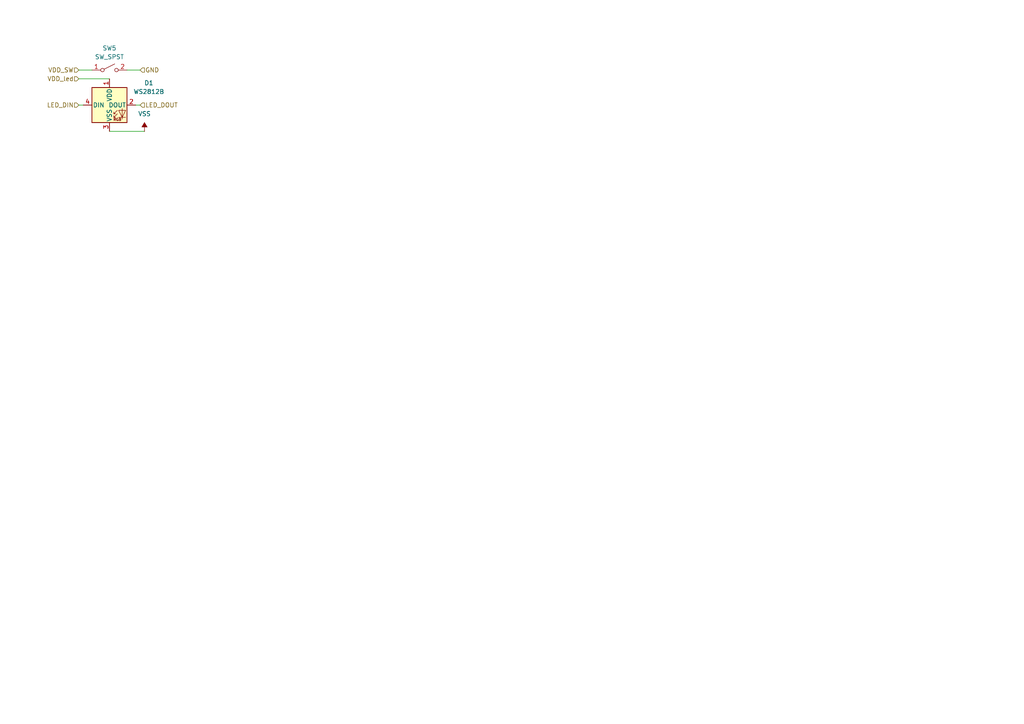
<source format=kicad_sch>
(kicad_sch (version 20250114) (generator "eeschema") (generator_version "9.0")
  (paper "A4")
  (title_block (title "Keyboard switch") (date "2025-09-03"))
  (lib_symbols
    (symbol "LED:WS2812B" (pin_names (offset 0.254))
      (property "Reference" "D" (at 5.08 5.715 0))
      (property "Value" "WS2812B" (at 1.27 -5.715 0))
      (symbol "WS2812B_0_0"
        (text "RGB" (at 2.286 -4.191 0) (effects (font (size 0.762 0.762))))
      )
      (symbol "WS2812B_0_1"
        (polyline (pts (xy 1.27 -2.54) (xy 1.778 -2.54)))
        (polyline (pts (xy 1.27 -3.556) (xy 1.778 -3.556)))
        (polyline (pts (xy 2.286 -1.524) (xy 1.27 -2.54) (xy 1.27 -2.032)))
        (polyline (pts (xy 2.286 -2.54) (xy 1.27 -3.556) (xy 1.27 -3.048)))
        (polyline (pts (xy 3.683 -1.016) (xy 3.683 -3.556) (xy 3.683 -4.064)))
        (polyline (pts (xy 4.699 -1.524) (xy 2.667 -1.524) (xy 3.683 -3.556) (xy 4.699 -1.524)))
        (polyline (pts (xy 4.699 -3.556) (xy 2.667 -3.556)))
        (rectangle (start 5.08 5.08) (end -5.08 -5.08) (stroke (width 0.254)) (fill (type background)))
      )
      (symbol "WS2812B_1_1"
        (pin input line (at -7.62 0 0) (length 2.54) (name "DIN") (number "4"))
        (pin power_in line (at 0 7.62 270) (length 2.54) (name "VDD") (number "1"))
        (pin power_in line (at 0 -7.62 90) (length 2.54) (name "VSS") (number "3"))
        (pin output line (at 7.62 0 180) (length 2.54) (name "DOUT") (number "2"))
      )
    )
    (symbol "Switch:SW_SPST" (pin_names (offset 0) (hide yes))
      (property "Reference" "SW" (at 0 3.175 0))
      (property "Value" "SW_SPST" (at 0 -2.54 0))
      (symbol "SW_SPST_0_0"
        (circle (center -2.032 0) (radius 0.508))
        (polyline (pts (xy -1.524 0.254) (xy 1.524 1.778)))
        (circle (center 2.032 0) (radius 0.508))
      )
      (symbol "SW_SPST_1_1"
        (pin passive line (at -5.08 0 0) (length 2.54) (name "A") (number "1"))
        (pin passive line (at 5.08 0 180) (length 2.54) (name "B") (number "2"))
      )
    )
    (symbol "power:VSS" (power) (pin_numbers (hide yes)) (pin_names (offset 0) (hide yes))
      (property "Value" "VSS" (at 0 3.556 0))
      (symbol "VSS_0_1"
        (polyline (pts (xy 0 0) (xy 0 2.54)))
        (polyline (pts (xy 0.762 1.27) (xy -0.762 1.27) (xy 0 2.54) (xy 0.762 1.27)) (fill (type outline)))
      )
      (symbol "VSS_1_1"
        (pin power_in line (at 0 0 90) (length 0) (name "~") (number "1"))
      )
    )
  )
  (wire (pts (xy 40.64 30.48) (xy 39.37 30.48)))
  (wire (pts (xy 22.86 20.32) (xy 26.67 20.32)))
  (wire (pts (xy 41.91 38.1) (xy 31.75 38.1)))
  (wire (pts (xy 22.86 30.48) (xy 24.13 30.48)))
  (wire (pts (xy 36.83 20.32) (xy 40.64 20.32)))
  (wire (pts (xy 22.86 22.86) (xy 31.75 22.86)))
  (hierarchical_label "GND" (shape input) (at 40.64 20.32 0))
  (hierarchical_label "VDD_led" (shape input) (at 22.86 22.86 180))
  (hierarchical_label "VDD_SW" (shape input) (at 22.86 20.32 180))
  (hierarchical_label "LED_DIN" (shape input) (at 22.86 30.48 180))
  (hierarchical_label "LED_DOUT" (shape input) (at 40.64 30.48 0))
  (symbol (lib_id "power:VSS") (at 41.91 38.1 0) (unit 1)
    (property "Reference" "#PWR01" (effects (hide yes)))
    (property "Value" "VSS" (at 41.91 33.02 0))
    (property "Description" "Power symbol creates a global label with name \"VSS\"" (effects (hide yes)))
  )
  (symbol (lib_id "LED:WS2812B") (at 31.75 30.48 0) (unit 1)
    (property "Reference" "D1" (at 43.18 24.0598 0))
    (property "Value" "WS2812B" (at 43.18 26.5998 0))
    (property "Footprint" "LED_SMD:LED_WS2812B_PLCC4_5.0x5.0mm_P3.2mm" (effects (hide yes)))
    (property "Datasheet" "https://cdn-shop.adafruit.com/datasheets/WS2812B.pdf" (effects (hide yes)))
    (property "Description" "RGB LED with integrated controller" (effects (hide yes)))
  )
  (symbol (lib_id "Switch:SW_SPST") (at 31.75 20.32 0) (unit 1)
    (property "Reference" "SW5" (at 31.75 13.97 0))
    (property "Value" "SW_SPST" (at 31.75 16.51 0))
    (property "Description" "Single Pole Single Throw (SPST) switch" (effects (hide yes)))
  )
)
</source>
